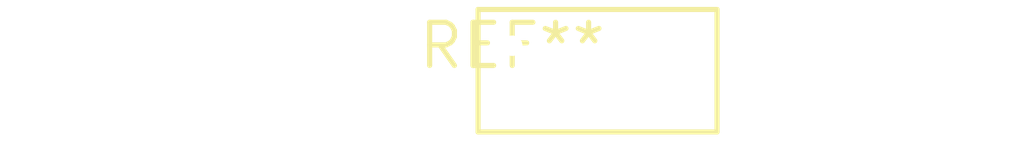
<source format=kicad_pcb>
(kicad_pcb (version 20240108) (generator pcbnew)
  (layers (0 "F.Cu" signal) (31 "B.Cu" signal) (34 "B.Paste" user) (35 "F.Paste" user) (36 "B.SilkS" user "B.Silkscreen") (37 "F.SilkS" user "F.Silkscreen") (38 "B.Mask" user) (39 "F.Mask" user) (44 "Edge.Cuts" user))
  (net 0 "")
  (footprint "RV_Disc_D7mm_W3.6mm_P5mm" (layer "F.Cu") (at 0 0)
    (property "Reference" "REF**")
    (property "Value" "RV_Disc_D7mm_W3.6mm_P5mm")
    (fp_line (start -1 -1.06667) (end -1 2.53333) (layer "F.SilkS") (stroke (width 0.15)))
    (fp_line (start -1 -1.06667) (end 6 -1.06667) (layer "F.SilkS") (stroke (width 0.15)))
    (fp_line (start -1 2.53333) (end 6 2.53333) (layer "F.SilkS") (stroke (width 0.15)))
    (fp_line (start 6 -1.06667) (end 6 2.53333) (layer "F.SilkS") (stroke (width 0.15)))
    (pad "1" thru_hole circle (at 0 0) (size 1.6 1.6) (drill 0.6) (layers *.Cu *.Mask) (remove_unused_layers))
    (pad "2" thru_hole circle (at 5 1.46667) (size 1.6 1.6) (drill 0.6) (layers *.Cu *.Mask) (remove_unused_layers))
  )
)
</source>
